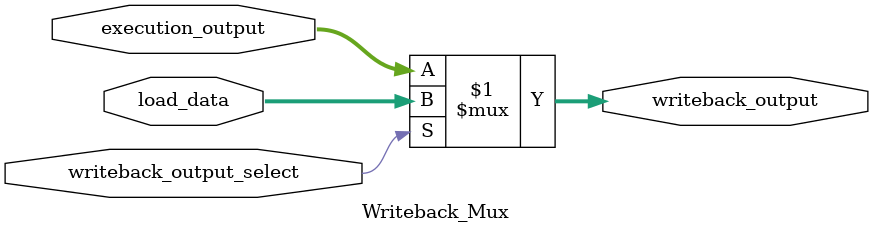
<source format=v>
module Writeback_Mux 
(
    input  writeback_output_select,     // Signal from Control Unit
    input  [31 : 0] load_data,          // LSU Load instruction output
    input  [31 : 0] execution_output,   // Execution stage latched output

    output [31 : 0] writeback_output
);

    assign writeback_output = writeback_output_select ? load_data : execution_output;
      
endmodule
</source>
